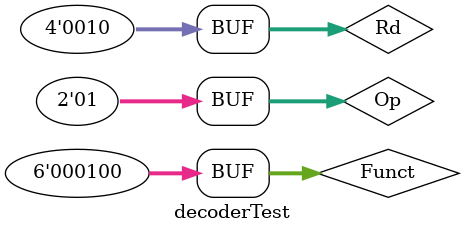
<source format=sv>
module decoderTest();

	logic [1:0] Op;
	logic [5:0] Funct;
	logic [3:0] Rd;
	logic [1:0] FlagW;
	logic PCS, RegW, MemW;
	logic MemtoReg, ALUSrc;
	logic [1:0] ImmSrc, RegSrc, ALUControl;
					

	
	// instantiate device to be tested
	 decoder decoderForTest(Op, Funct, Rd,
			  Flagw,
			  PCS, RegW, MemW,
			  MemtoReg, ALUSrc,
			  ImmSrc, RegSrc, ALUControl);
	
	
	initial begin 		
		
		
		#10; 
		Op = 2'b00; 
		Funct = 6'b000000; 
		Rd= 4'b0000;		
		#10;
		Op = 2'b01; 
		Funct = 6'b000000; 
		Rd= 4'b0000;
		#10;
		Op = 2'b01; 
		Funct = 6'b000000; 
		Rd= 4'b0010;
		#10;
		Op = 2'b01; 
		Funct = 6'b000100; 
		Rd= 4'b0010;
		
		
	end
			  
	
	
endmodule
</source>
